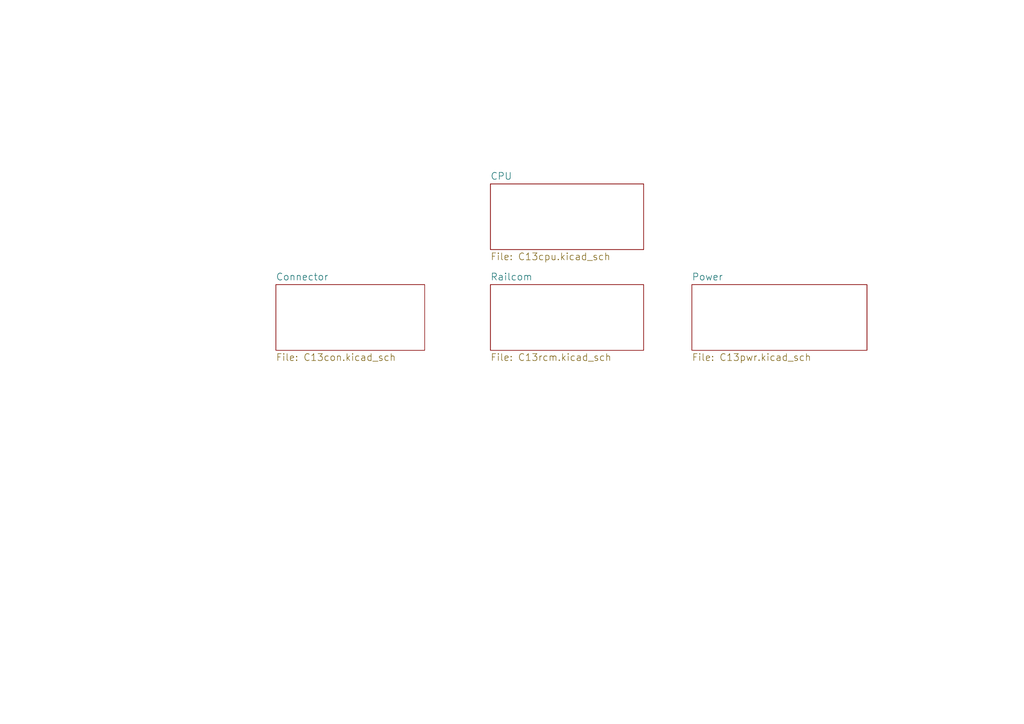
<source format=kicad_sch>
(kicad_sch
	(version 20250114)
	(generator "eeschema")
	(generator_version "9.0")
	(uuid "e60147c1-60cd-4ee5-8632-0ea3e5535221")
	(paper "A4")
	(title_block
		(title "RTB C13 Module")
		(date "2023-10-25")
		(rev "1")
		(company "Frank Schumacher")
		(comment 1 "Track Sensor")
	)
	(lib_symbols)
	(sheet
		(at 142.24 53.34)
		(size 44.45 19.05)
		(exclude_from_sim no)
		(in_bom yes)
		(on_board yes)
		(dnp no)
		(fields_autoplaced yes)
		(stroke
			(width 0)
			(type solid)
		)
		(fill
			(color 0 0 0 0.0000)
		)
		(uuid "00000000-0000-0000-0000-00005b6c6b9d")
		(property "Sheetname" "CPU"
			(at 142.24 52.2601 0)
			(effects
				(font
					(size 2.0066 2.0066)
				)
				(justify left bottom)
			)
		)
		(property "Sheetfile" "C13cpu.kicad_sch"
			(at 142.24 73.2692 0)
			(effects
				(font
					(size 2.0066 2.0066)
				)
				(justify left top)
			)
		)
		(instances
			(project "C13"
				(path "/e60147c1-60cd-4ee5-8632-0ea3e5535221"
					(page "3")
				)
			)
		)
	)
	(sheet
		(at 142.24 82.55)
		(size 44.45 19.05)
		(exclude_from_sim no)
		(in_bom yes)
		(on_board yes)
		(dnp no)
		(fields_autoplaced yes)
		(stroke
			(width 0)
			(type solid)
		)
		(fill
			(color 0 0 0 0.0000)
		)
		(uuid "00000000-0000-0000-0000-00005b6d3404")
		(property "Sheetname" "Railcom"
			(at 142.24 81.4701 0)
			(effects
				(font
					(size 2.0066 2.0066)
				)
				(justify left bottom)
			)
		)
		(property "Sheetfile" "C13rcm.kicad_sch"
			(at 142.24 102.4792 0)
			(effects
				(font
					(size 2.0066 2.0066)
				)
				(justify left top)
			)
		)
		(instances
			(project "C13"
				(path "/e60147c1-60cd-4ee5-8632-0ea3e5535221"
					(page "4")
				)
			)
		)
	)
	(sheet
		(at 80.01 82.55)
		(size 43.18 19.05)
		(exclude_from_sim no)
		(in_bom yes)
		(on_board yes)
		(dnp no)
		(fields_autoplaced yes)
		(stroke
			(width 0)
			(type solid)
		)
		(fill
			(color 0 0 0 0.0000)
		)
		(uuid "00000000-0000-0000-0000-00005b6e0562")
		(property "Sheetname" "Connector"
			(at 80.01 81.4701 0)
			(effects
				(font
					(size 2.0066 2.0066)
				)
				(justify left bottom)
			)
		)
		(property "Sheetfile" "C13con.kicad_sch"
			(at 80.01 102.4792 0)
			(effects
				(font
					(size 2.0066 2.0066)
				)
				(justify left top)
			)
		)
		(instances
			(project "C13"
				(path "/e60147c1-60cd-4ee5-8632-0ea3e5535221"
					(page "2")
				)
			)
		)
	)
	(sheet
		(at 200.66 82.55)
		(size 50.8 19.05)
		(exclude_from_sim no)
		(in_bom yes)
		(on_board yes)
		(dnp no)
		(fields_autoplaced yes)
		(stroke
			(width 0)
			(type solid)
		)
		(fill
			(color 0 0 0 0.0000)
		)
		(uuid "00000000-0000-0000-0000-00005ca7768a")
		(property "Sheetname" "Power"
			(at 200.66 81.4701 0)
			(effects
				(font
					(size 2.0066 2.0066)
				)
				(justify left bottom)
			)
		)
		(property "Sheetfile" "C13pwr.kicad_sch"
			(at 200.66 102.4792 0)
			(effects
				(font
					(size 2.0066 2.0066)
				)
				(justify left top)
			)
		)
		(instances
			(project "C13"
				(path "/e60147c1-60cd-4ee5-8632-0ea3e5535221"
					(page "5")
				)
			)
		)
	)
	(sheet_instances
		(path "/"
			(page "1")
		)
	)
	(embedded_fonts no)
)

</source>
